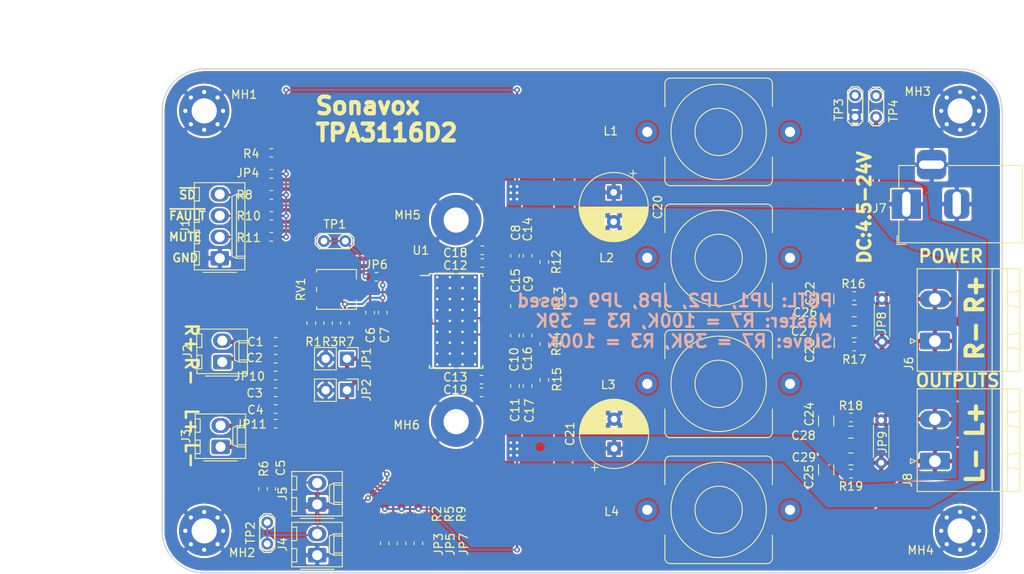
<source format=kicad_pcb>
(kicad_pcb (version 20210228) (generator pcbnew)
  (layers (0 "F.Cu" signal) (31 "B.Cu" signal) (34 "B.Paste" user) (35 "F.Paste" user) (36 "B.SilkS" user "B.Silkscreen") (37 "F.SilkS" user "F.Silkscreen") (38 "B.Mask" user) (39 "F.Mask" user) (44 "Edge.Cuts" user))
  (net 0 "")
  (net 1 "Net-(C1-Pad2)")
  (net 2 "Net-(C1-Pad1)")
  (net 3 "Net-(C2-Pad2)")
  (net 4 "Net-(C2-Pad1)")
  (net 5 "Net-(C3-Pad2)")
  (net 6 "Net-(C3-Pad1)")
  (net 7 "Net-(C4-Pad2)")
  (net 8 "Net-(C4-Pad1)")
  (net 9 "GND")
  (net 10 "Net-(C5-Pad1)")
  (net 11 "Net-(C6-Pad1)")
  (net 12 "Net-(C7-Pad1)")
  (net 13 "Net-(C8-Pad2)")
  (net 14 "Net-(C14-Pad2)")
  (net 15 "Net-(C9-Pad2)")
  (net 16 "Net-(C15-Pad2)")
  (net 17 "Net-(C10-Pad2)")
  (net 18 "Net-(C10-Pad1)")
  (net 19 "Net-(C11-Pad2)")
  (net 20 "Net-(C11-Pad1)")
  (net 21 "+24V")
  (net 22 "Net-(C14-Pad1)")
  (net 23 "Net-(C15-Pad1)")
  (net 24 "Net-(C16-Pad1)")
  (net 25 "Net-(C17-Pad1)")
  (net 26 "Net-(C26-Pad1)")
  (net 27 "Net-(C27-Pad1)")
  (net 28 "Net-(C28-Pad1)")
  (net 29 "Net-(C29-Pad1)")
  (net 30 "/MUTE")
  (net 31 "/FAULT")
  (net 32 "/SHUTDOWN")
  (net 33 "Net-(JP3-Pad1)")
  (net 34 "Net-(JP4-Pad1)")
  (net 35 "Net-(JP5-Pad1)")
  (net 36 "Net-(JP7-Pad1)")
  (net 37 "Net-(R1-Pad1)")
  (net 38 "Net-(R3-Pad1)")
  (net 39 "Net-(R6-Pad1)")
  (net 40 "/OUTPR")
  (net 41 "/OUTNR")
  (net 42 "/OUTPL")
  (net 43 "/OUTNL")
  (footprint "Capacitor_SMD:C_0603_1608Metric" (layer "F.Cu") (at 63.5 82.5 180)
    (fp_text reference "C1")
    (fp_text value "1µF/16V")
  )
  (footprint "Capacitor_SMD:C_0603_1608Metric" (layer "F.Cu") (at 63.5 84.5 180)
    (fp_text reference "C2")
    (fp_text value "1µF/16V")
  )
  (footprint "Capacitor_SMD:C_0603_1608Metric" (layer "F.Cu") (at 63.5 88.5 180)
    (fp_text reference "C3")
    (fp_text value "1µF/16V")
  )
  (footprint "Capacitor_SMD:C_0603_1608Metric" (layer "F.Cu") (at 63.5 90.5 180)
    (fp_text reference "C4")
    (fp_text value "1µF/16V")
  )
  (footprint "Capacitor_SMD:C_0603_1608Metric" (layer "F.Cu") (at 64 100 -90)
    (fp_text reference "C5")
    (fp_text value "47pF/50V")
  )
  (footprint "Capacitor_SMD:C_0603_1608Metric" (layer "F.Cu") (at 74.75 79 -90)
    (fp_text reference "C6")
    (fp_text value "1µF/16V")
  )
  (footprint "Capacitor_SMD:C_0603_1608Metric" (layer "F.Cu") (at 76.25 79 -90)
    (fp_text reference "C7")
    (fp_text value "1µF/16V")
  )
  (footprint "Capacitor_SMD:C_0603_1608Metric" (layer "F.Cu") (at 92 72.25 90)
    (fp_text reference "C8")
    (fp_text value "0.22µF/25V")
  )
  (footprint "Capacitor_SMD:C_0603_1608Metric" (layer "F.Cu") (at 92 78.25 -90)
    (fp_text reference "C9")
    (fp_text value "0.22µF/25V")
  )
  (footprint "Capacitor_SMD:C_0603_1608Metric" (layer "F.Cu") (at 92 81.75 90)
    (fp_text reference "C10")
    (fp_text value "0.22µF/25V")
  )
  (footprint "Capacitor_SMD:C_0603_1608Metric" (layer "F.Cu") (at 92 87.75 -90)
    (fp_text reference "C11")
    (fp_text value "0.22µF/25V")
  )
  (footprint "Capacitor_SMD:C_0603_1608Metric" (layer "F.Cu") (at 88.1125 73.1 180)
    (fp_text reference "C12")
    (fp_text value "1000pF/50V")
  )
  (footprint "Capacitor_SMD:C_0603_1608Metric" (layer "F.Cu") (at 88 87 180)
    (fp_text reference "C13")
    (fp_text value "1000pF/50V")
  )
  (footprint "Capacitor_SMD:C_0603_1608Metric" (layer "F.Cu") (at 93.5 72.25 -90)
    (fp_text reference "C14")
    (fp_text value "330pF/50V")
  )
  (footprint "Capacitor_SMD:C_0603_1608Metric" (layer "F.Cu") (at 93.5 78.25 90)
    (fp_text reference "C15")
    (fp_text value "330pF/50V")
  )
  (footprint "Capacitor_SMD:C_0603_1608Metric" (layer "F.Cu") (at 93.5 81.75 -90)
    (fp_text reference "C16")
    (fp_text value "330pF/50V")
  )
  (footprint "Capacitor_SMD:C_0603_1608Metric" (layer "F.Cu") (at 93.5 87.75 90)
    (fp_text reference "C17")
    (fp_text value "330pF/50V")
  )
  (footprint "Capacitor_SMD:C_0603_1608Metric" (layer "F.Cu") (at 88.1125 71.6 180)
    (fp_text reference "C18")
    (fp_text value "0.1µF/50V")
  )
  (footprint "Capacitor_SMD:C_0603_1608Metric" (layer "F.Cu") (at 88 88.5 180)
    (fp_text reference "C19")
    (fp_text value "0.1µF/50V")
  )
  (footprint "Capacitor_THT:CP_Radial_D8.0mm_P3.50mm" (layer "F.Cu") (at 103.75 64.7 -90)
    (fp_text reference "C20")
    (fp_text value "220µF/35V")
  )
  (footprint "Capacitor_THT:CP_Radial_D8.0mm_P3.50mm" (layer "F.Cu") (at 103.8 95.2 90)
    (fp_text reference "C21")
    (fp_text value "220µF/35V")
  )
  (footprint "Capacitor_SMD:C_1206_3216Metric" (layer "F.Cu") (at 129.1 82.6 90)
    (fp_text reference "C23")
    (fp_text value "0.68µF/50V")
  )
  (footprint "Capacitor_SMD:C_0805_2012Metric" (layer "F.Cu") (at 132.4 78.8 180)
    (fp_text reference "C26")
    (fp_text value "0.01µF/100V")
  )
  (footprint "Capacitor_SMD:C_0805_2012Metric" (layer "F.Cu") (at 132.4 81.3 180)
    (fp_text reference "C27")
    (fp_text value "0.01µF/100V")
  )
  (footprint "Capacitor_SMD:C_0805_2012Metric" (layer "F.Cu") (at 132 93.25 180)
    (fp_text reference "C28")
    (fp_text value "0.01µF/100V")
  )
  (footprint "Capacitor_SMD:C_0805_2012Metric" (layer "F.Cu") (at 132 96.45 180)
    (fp_text reference "C29")
    (fp_text value "0.01µF/100V")
  )
  (footprint "Connector_Molex:Molex_KK-254_AE-6410-04A_1x04_P2.54mm_Vertical" (layer "F.Cu") (at 56.85 72.55 90)
    (fp_text reference "J1")
    (fp_text value "CTRL")
  )
  (footprint "Connector_Molex:Molex_KK-254_AE-6410-02A_1x02_P2.54mm_Vertical" (layer "F.Cu") (at 57.15 84.9 90)
    (fp_text reference "J2")
    (fp_text value "R_IN")
  )
  (footprint "Connector_Molex:Molex_KK-254_AE-6410-02A_1x02_P2.54mm_Vertical" (layer "F.Cu") (at 56.95 95 90)
    (fp_text reference "J3")
    (fp_text value "L_IN")
  )
  (footprint "Connector_Molex:Molex_KK-254_AE-6410-02A_1x02_P2.54mm_Vertical" (layer "F.Cu") (at 68.45 107.9 90)
    (fp_text reference "J4")
    (fp_text value "Sync")
  )
  (footprint "Connector_Molex:Molex_KK-254_AE-6410-02A_1x02_P2.54mm_Vertical" (layer "F.Cu") (at 68.45 101.85 90)
    (fp_text reference "J5")
    (fp_text value "Sync")
  )
  (footprint "Connector_PinHeader_2.54mm:PinHeader_1x02_P2.54mm_Vertical" (layer "F.Cu") (at 72 84.5 -90)
    (fp_text reference "JP1")
    (fp_text value "PBTL")
  )
  (footprint "Connector_PinHeader_2.54mm:PinHeader_1x02_P2.54mm_Vertical" (layer "F.Cu") (at 72 88.25 -90)
    (fp_text reference "JP2")
    (fp_text value "PBTL")
  )
  (footprint "Inductor_SMD:L_Bourns_SRR1260" (layer "F.Cu") (at 116.25 57.5)
    (fp_text reference "L1")
    (fp_text value "10µH/5.8A")
  )
  (footprint "Inductor_SMD:L_Bourns_SRR1260" (layer "F.Cu") (at 116.25 72.5)
    (fp_text reference "L2")
    (fp_text value "10µH/5.8A")
  )
  (footprint "Inductor_SMD:L_Bourns_SRR1260" (layer "F.Cu") (at 116.25 87.5)
    (fp_text reference "L3")
    (fp_text value "10µH/5.8A")
  )
  (footprint "Inductor_SMD:L_Bourns_SRR1260" (layer "F.Cu") (at 116.25 102.5)
    (fp_text reference "L4")
    (fp_text value "10µH/5.8A")
  )
  (footprint "Inductors_THT:L_Toroid_Horizontal_D11.2mm_P17.00mm_Diameter12-5mm_Amidon-T44" (layer "F.Cu") (at 107.75 57.5)
    (fp_text reference "L5" hide)
    (fp_text value "10µH/5.8A")
  )
  (footprint "Inductors_THT:L_Toroid_Horizontal_D11.2mm_P17.00mm_Diameter12-5mm_Amidon-T44" (layer "F.Cu") (at 107.75 72.5)
    (fp_text reference "L6" hide)
    (fp_text value "10µH/5.8A")
  )
  (footprint "Inductors_THT:L_Toroid_Horizontal_D11.2mm_P17.00mm_Diameter12-5mm_Amidon-T44" (layer "F.Cu") (at 107.75 87.5)
    (fp_text reference "L7" hide)
    (fp_text value "10µH/5.8A")
  )
  (footprint "Inductors_THT:L_Toroid_Horizontal_D11.2mm_P17.00mm_Diameter12-5mm_Amidon-T44" (layer "F.Cu") (at 107.75 102.5)
    (fp_text reference "L8" hide)
    (fp_text value "10µH/5.8A")
  )
  (footprint "MountingHole:MountingHole_3mm_Pad_Via" (layer "F.Cu") (at 55 55)
    (fp_text reference "MH1")
    (fp_text value "M3")
  )
  (footprint "MountingHole:MountingHole_3mm_Pad_Via" (layer "F.Cu") (at 55 105)
    (fp_text reference "MH2")
    (fp_text value "M3")
  )
  (footprint "MountingHole:MountingHole_3mm_Pad_Via" (layer "F.Cu") (at 145 55)
    (fp_text reference "MH3")
    (fp_text value "M3")
  )
  (footprint "MountingHole:MountingHole_3mm_Pad_Via" (layer "F.Cu") (at 145 105)
    (fp_text reference "MH4")
    (fp_text value "M3")
  )
  (footprint "MountingHole:MountingHole_3mm_Pad" (layer "F.Cu") (at 85 68)
    (fp_text reference "MH5")
    (fp_text value "M3")
  )
  (footprint "MountingHole:MountingHole_3mm_Pad" (layer "F.Cu") (at 85 92)
    (fp_text reference "MH6")
    (fp_text value "M3")
  )
  (footprint "Resistor_SMD:R_0603_1608Metric" (layer "F.Cu") (at 67.75 80.25 -90)
    (fp_text reference "R1")
    (fp_text value "20K")
  )
  (footprint "Resistor_SMD:R_0603_1608Metric" (layer "F.Cu") (at 76.5 102.738571 -90)
    (fp_text reference "R2")
    (fp_text value "100K")
  )
  (footprint "Resistor_SMD:R_0603_1608Metric" (layer "F.Cu") (at 69.75 80.25 -90)
    (fp_text reference "R3")
    (fp_text value "39K")
  )
  (footprint "Resistor_SMD:R_0603_1608Metric" (layer "F.Cu") (at 63 60 180)
    (fp_text reference "R4")
    (fp_text value "100K")
  )
  (footprint "Resistor_SMD:R_0603_1608Metric" (layer "F.Cu") (at 78.5 102.75 -90)
    (fp_text reference "R5")
    (fp_text value "100K")
  )
  (footprint "Resistor_SMD:R_0603_1608Metric" (layer "F.Cu") (at 62 100 90)
    (fp_text reference "R6")
    (fp_text value "4.7K")
  )
  (footprint "Resistor_SMD:R_0603_1608Metric" (layer "F.Cu") (at 71.75 80.25 -90)
    (fp_text reference "R7")
    (fp_text value "100K")
  )
  (footprint "Resistor_SMD:R_0603_1608Metric" (layer "F.Cu") (at 63 65 180)
    (fp_text reference "R8")
    (fp_text value "100K")
  )
  (footprint "Resistor_SMD:R_0603_1608Metric" (layer "F.Cu") (at 80.5 102.75 -90)
    (fp_text reference "R9")
    (fp_text value "100K")
  )
  (footprint "Resistor_SMD:R_0603_1608Metric" (layer "F.Cu") (at 63 67.5 180)
    (fp_text reference "R10")
    (fp_text value "100K")
  )
  (footprint "Resistor_SMD:R_0603_1608Metric" (layer "F.Cu") (at 63 70 180)
    (fp_text reference "R11")
    (fp_text value "100K")
  )
  (footprint "Resistor_SMD:R_0603_1608Metric" (layer "F.Cu") (at 95.5 72.9875 -90)
    (fp_text reference "R12")
    (fp_text value "10")
  )
  (footprint "Resistor_SMD:R_0603_1608Metric" (layer "F.Cu") (at 95.5 77.5 90)
    (fp_text reference "R13")
    (fp_text value "10")
  )
  (footprint "Resistor_SMD:R_0603_1608Metric" (layer "F.Cu") (at 95.5 82.75 -90)
    (fp_text reference "R14")
    (fp_text value "10")
  )
  (footprint "Resistor_SMD:R_0603_1608Metric" (layer "F.Cu") (at 95.5 87.0125 90)
    (fp_text reference "R15")
    (fp_text value "10")
  )
  (footprint "Resistor_SMD:R_0603_1608Metric" (layer "F.Cu") (at 132.4 77.05 180)
    (fp_text reference "R16")
    (fp_text value "3.3")
  )
  (footprint "Resistor_SMD:R_0603_1608Metric" (layer "F.Cu") (at 132.4 83.05 180)
    (fp_text reference "R17")
    (fp_text value "3.3")
  )
  (footprint "Resistor_SMD:R_0603_1608Metric" (layer "F.Cu") (at 132 91.5 180)
    (fp_text reference "R18")
    (fp_text value "3.3")
  )
  (footprint "Potentiometer_SMD:Potentiometer_Bourns_3314J_Vertical" (layer "F.Cu") (at 70.75 76.25 90)
    (fp_text reference "RV1")
    (fp_text value "100K")
  )
  (footprint "TestPoint:TestPoint_2Pads_Pitch2.54mm_Drill0.8mm" (layer "F.Cu") (at 69.25 70.5)
    (fp_text reference "TP1")
    (fp_text value "PLIMIT")
  )
  (footprint "TestPoint:TestPoint_2Pads_Pitch2.54mm_Drill0.8mm" (layer "F.Cu") (at 62.5 106.54 90)
    (fp_text reference "TP2")
    (fp_text value "SYNC")
  )
  (footprint "Package_SO:HTSSOP-32-1EP_6.1x11mm_P0.65mm_EP5.2x11mm_Mask4.11x4.36mm_ThermalVias" (layer "F.Cu") (at 85 80)
    (fp_text reference "U1")
    (fp_text value "TPA3116D2")
  )
  (footprint "Resistor_SMD:R_0603_1608Metric" (layer "F.Cu") (at 76.5 106.5 -90)
    (fp_text reference "JP3")
    (fp_text value "AM2")
  )
  (footprint "Resistor_SMD:R_0603_1608Metric" (layer "F.Cu") (at 63 62.5)
    (fp_text reference "JP4")
    (fp_text value "BD/1SPW")
  )
  (footprint "Resistor_SMD:R_0603_1608Metric" (layer "F.Cu") (at 78.5 106.5 -90)
    (fp_text reference "JP5")
    (fp_text value "AM1")
  )
  (footprint "Resistor_SMD:R_0603_1608Metric" (layer "F.Cu") (at 80.5 106.5 -90)
    (fp_text reference "JP7")
    (fp_text value "AM0")
  )
  (footprint "TestPoint:TestPoint_2Pads_Pitch2.54mm_Drill0.8mm" (layer "F.Cu") (at 132.5 55.7 90)
    (fp_text reference "TP3")
    (fp_text value "GND")
  )
  (footprint "TestPoint:TestPoint_2Pads_Pitch2.54mm_Drill0.8mm" (layer "F.Cu") (at 135 55.74 90)
    (fp_text reference "TP4")
    (fp_text value "VCC")
  )
  (footprint "Resistor_SMD:R_0603_1608Metric" (layer "F.Cu") (at 63.5 86.5 180)
    (fp_text reference "JP10")
    (fp_text value "RN")
  )
  (footprint "Resistor_SMD:R_0603_1608Metric" (layer "F.Cu") (at 63.5 92.25 180)
    (fp_text reference "JP11")
    (fp_text value "LN")
  )
  (footprint "Resistor_SMD:R_0603_1608Metric" (layer "F.Cu") (at 75.5 74.75)
    (fp_text reference "JP6")
    (fp_text value "PLIM/GVDD")
  )
  (footprint "Connector_Phoenix_MSTB:PhoenixContact_MSTBA_2,5_2-G_1x02_P5.00mm_Horizontal" (layer "F.Cu") (at 142 96.7 90)
    (fp_text reference "J8")
    (fp_text value "L_OUT")
  )
  (footprint "Resistor_THT:R_Axial_DIN0204_L3.6mm_D1.6mm_P5.08mm_Horizontal" (layer "F.Cu") (at 135.6 91.82 -90)
    (fp_text reference "JP9")
    (fp_text value "PBTL")
  )
  (footprint "Capacitor_SMD:C_1206_3216Metric" (layer "F.Cu") (at 129.05 77.4 -90)
    (fp_text reference "C22")
    (fp_text value "0.68µF/50V")
  )
  (footprint "Capacitor_SMD:C_1206_3216Metric" (layer "F.Cu") (at 129.05 97.75 90)
    (fp_text reference "C25")
    (fp_text value "0.68µF/50V")
  )
  (footprint "Capacitor_SMD:C_1206_3216Metric" (layer "F.Cu") (at 129.05 91.9 -90)
    (fp_text reference "C24")
    (fp_text value "0.68µF/50V")
  )
  (footprint "Resistor_THT:R_Axial_DIN0204_L3.6mm_D1.6mm_P5.08mm_Horizontal" (layer "F.Cu") (at 135.7 77.4 -90)
    (fp_text reference "JP8")
    (fp_text value "PBTL")
  )
  (footprint "Connector_Phoenix_MSTB:PhoenixContact_MSTBA_2,5_2-G_1x02_P5.00mm_Horizontal" (layer "F.Cu") (at 142 82.4 90)
    (fp_text reference "J6")
    (fp_text value "R_OUT")
  )
  (footprint "Resistor_SMD:R_0603_1608Metric" (layer "F.Cu") (at 132 98.2 180)
    (fp_text reference "R19")
    (fp_text value "3.3")
  )
  (footprint "Connector_BarrelJack:BarrelJack_Horizontal" (layer "F.Cu") (at 138.6 66.1 180)
    (fp_text reference "J7")
    (fp_text value "Barrel_Jack_Switch")
  )
  (gr_arc (start 55 105) (end 55 110) (angle 90) (layer "Edge.Cuts") (width 0.15))
  (gr_line (start 55 110) (end 145 110) (layer "Edge.Cuts") (width 0.15))
  (gr_arc (start 145 105) (end 150 105) (angle 90) (layer "Edge.Cuts") (width 0.15))
  (gr_arc (start 55 55) (end 50 55) (angle 90) (layer "Edge.Cuts") (width 0.15))
  (gr_line (start 50 55) (end 50 105) (layer "Edge.Cuts") (width 0.15))
  (gr_arc (start 145 55) (end 145 50) (angle 90) (layer "Edge.Cuts") (width 0.15))
  (gr_line (start 150 105) (end 150 55) (layer "Edge.Cuts") (width 0.15))
  (gr_line (start 145 50) (end 55 50) (layer "Edge.Cuts") (width 0.15))
  (gr_text "PBTL: JP1, JP2, JP8, JP9 closed\nMaster: R7 = 100K, R3 = 39K\nSlave: R7 = 39K, R3 = 100K\n" (at 130 80) (layer "B.SilkS") (effects (font (size 1.5 1.5) (thickness 0.3)) (justify left mirror)))
  (gr_text "R+" (at 146.75 76.85 90) (layer "F.SilkS") (effects (font (size 2 2) (thickness 0.5))))
  (gr_text "R-" (at 146.75 82.35 90) (layer "F.SilkS") (effects (font (size 2 2) (thickness 0.5))))
  (gr_text "L-" (at 146.75 97.25 90) (layer "F.SilkS") (effects (font (size 2 2) (thickness 0.5))))
  (gr_text "L+" (at 146.75 91.75 90) (layer "F.SilkS") (effects (font (size 2 2) (thickness 0.5))))
  (gr_text "L+" (at 53.5 92 270) (layer "F.SilkS") (effects (font (size 1.5 1.5) (thickness 0.3))))
  (gr_text "L-" (at 53.5 96 270) (layer "F.SilkS") (effects (font (size 1.5 1.5) (thickness 0.3))))
  (gr_text "R+" (at 53.5 82 270) (layer "F.SilkS") (effects (font (size 1.5 1.5) (thickness 0.3))))
  (gr_text "R-" (at 53.5 86 270) (layer "F.SilkS") (effects (font (size 1.5 1.5) (thickness 0.3))))
  (gr_text "MUTE" (at 52.75 70) (layer "F.SilkS") (effects (font (size 1 1) (thickness 0.2))))
  (gr_text "~FAULT" (at 53 67.5) (layer "F.SilkS") (effects (font (size 1 1) (thickness 0.2))))
  (gr_text "DC:4.5-24V" (at 133.6 66.5 90) (layer "F.SilkS") (effects (font (size 1.5 1.5) (thickness 0.375))))
  (gr_text "OUTPUTS" (at 144.7 87.1) (layer "F.SilkS") (effects (font (size 1.5 1.5) (thickness 0.3))))
  (gr_text "POWER" (at 143.9 72.3) (layer "F.SilkS") (effects (font (size 1.5 1.5) (thickness 0.3))))
  (gr_text "~SD" (at 53 65) (layer "F.SilkS") (effects (font (size 1 1) (thickness 0.2))))
  (gr_text "Sonavox\nTPA3116D2" (at 68 56) (layer "F.SilkS") (effects (font (size 2 2) (thickness 0.5)) (justify left)))
  (gr_text "GND" (at 52.75 72.5) (layer "F.SilkS") (effects (font (size 1 1) (thickness 0.2))))
  (segment (start 57.5 82.5) (end 62.75 82.5) (width 0.5) (layer "F.Cu") (net 1))
  (segment (start 78.150009 73.507201) (end 77.242799 72.599991) (width 0.5) (layer "F.Cu") (net 2))
  (segment (start 80.525 77.1) (end 79.457329 77.1) (width 0.2) (layer "F.Cu") (net 2))
  (segment (start 81.35 77.075) (end 80.55 77.075) (width 0.2) (layer "F.Cu") (net 2))
  (segment (start 80.55 77.075) (end 80.525 77.1) (width 0.2) (layer "F.Cu") (net 2))
  (segment (start 64.25 74.423494) (end 64.25 76.087192) (width 0.5) (layer "F.Cu") (net 2))
  (segment (start 77.242799 72.599991) (end 66.073504 72.59999) (width 0.5) (layer "F.Cu") (net 2))
  (segment (start 79.457329 77.1) (end 78.150009 75.79268) (width 0.5) (layer "F.Cu") (net 2))
  (segment (start 64.25 76.087192) (end 64.25 82.5) (width 0.5) (layer "F.Cu") (net 2))
  (segment (start 66.073504 72.59999) (end 64.25 74.423494) (width 0.5) (layer "F.Cu") (net 2))
  (segment (start 78.150009 75.79268) (end 78.150009 73.507201) (width 0.5) (layer "F.Cu") (net 2))
  (segment (start 62.75 84.5) (end 58 84.5) (width 0.5) (layer "F.Cu") (net 3))
  (segment (start 62.75 84.5) (end 62.75 86.5) (width 0.5) (layer "F.Cu") (net 3))
  (segment (start 58 84.5) (end 57.5 85) (width 0.5) (layer "F.Cu") (net 3))
  (segment (start 77.25 73.879998) (end 76.870002 73.5) (width 0.5) (layer "F.Cu") (net 4))
  (segment (start 67 73.5) (end 65.5 75) (width 0.5) (layer "F.Cu") (net 4))
  (segment (start 76.870002 73.5) (end 68.3 73.5) (width 0.5) (layer "F.Cu") (net 4))
  (segment (start 65.5 84.15) (end 65.15 84.5) (width 0.5) (layer "F.Cu") (net 4))
  (segment (start 78.884523 77.8) (end 77.25 76.165477) (width 0.5) (layer "F.Cu") (net 4))
  (segment (start 65.5 75) (end 65.5 84.15) (width 0.5) (layer "F.Cu") (net 4))
  (segment (start 68.3 73.5) (end 67 73.5) (width 0.5) (layer "F.Cu") (net 4))
  (segment (start 80.475 77.8) (end 78.884523 77.8) (width 0.2) (layer "F.Cu") (net 4))
  (segment (start 80.55 77.725) (end 80.475 77.8) (width 0.2) (layer "F.Cu") (net 4))
  (segment (start 77.25 76.165477) (end 77.25 73.879998) (width 0.5) (layer "F.Cu") (net 4))
  (segment (start 81.35 77.725) (end 80.55 77.725) (width 0.2) (layer "F.Cu") (net 4))
  (segment (start 65.15 84.5) (end 64.25 84.5) (width 0.5) (layer "F.Cu") (net 4))
  (segment (start 68.3 73.5) (end 68.109998 73.5) (width 0.5) (layer "F.Cu") (net 4))
  (segment (start 57.5 92.5) (end 58.725 92.5) (width 0.5) (layer "F.Cu") (net 5))
  (segment (start 62.725 88.5) (end 62.75 88.5) (width 0.5) (layer "F.Cu") (net 5))
  (segment (start 58.725 92.5) (end 62.725 88.5) (width 0.5) (layer "F.Cu") (net 5))
  (segment (start 64.25 88.5) (end 66 88.5) (width 0.5) (layer "F.Cu") (net 6))
  (segment (start 72 84.5) (end 72 84.25) (width 0.5) (layer "F.Cu") (net 6))
  (segment (start 80.2 80.99999) (end 80.22499 80.975) (width 0.2) (layer "F.Cu") (net 6))
  (segment (start 72 84.5) (end 73.060441 84.5) (width 0.5) (layer "F.Cu") (net 6))
  (segment (start 71.35 86.5) (end 72 85.85) (width 0.5) (layer "F.Cu") (net 6))
  (segment (start 72 85.85) (end 72 84.5) (width 0.5) (layer "F.Cu") (net 6))
  (segment (start 68 86.5) (end 71.35 86.5) (width 0.5) (layer "F.Cu") (net 6))
  (segment (start 76.560451 80.99999) (end 80.2 80.99999) (width 0.5) (layer "F.Cu") (net 6))
  (segment (start 72 84.25) (end 72 83.977194) (width 0.5) (layer "F.Cu") (net 6))
  (segment (start 73.060441 84.5) (end 76.560451 80.99999) (width 0.5) (layer "F.Cu") (net 6))
  (segment (start 66 88.5) (end 68 86.5) (width 0.5) (layer "F.Cu") (net 6))
  (segment (start 80.22499 80.975) (end 81.35 80.975) (width 0.2) (layer "F.Cu") (net 6))
  (segment (start 62.75 92.45) (end 60.2 95) (width 0.5) (layer "F.Cu") (net 7))
  (segment (start 62.75 92.25) (end 62.75 92.45) (width 0.5) (layer "F.Cu") (net 7))
  (segment (start 58.925 95) (end 57.5 95) (width 0.5) (layer "F.Cu") (net 7))
  (segment (start 62.75 90.5) (end 62.75 92.25) (width 0.5) (layer "F.Cu") (net 7))
  (segment (start 60.2 95) (end 58.925 95) (width 0.5) (layer "F.Cu") (net 7))
  (segment (start 73.5 85.9) (end 73.5 86.75) (width 0.5) (layer "F.Cu") (net 8))
  (segment (start 76.850404 81.7) (end 80.2 81.7) (width 0.5) (layer "F.Cu") (net 8))
  (segment (start 73.5 85.9) (end 73.5 85.050404) (width 0.5) (layer "F.Cu") (net 8))
  (segment (start 72 89.75) (end 72 88.25) (width 0.5) (layer "F.Cu") (net 8))
  (segment (start 80.2 81.7) (end 80.275 81.625) (width 0.2) (layer "F.Cu") (net 8))
  (segment (start 73.5 86.75) (end 72 88.25) (width 0.5) (layer "F.Cu") (net 8))
  (segment (start 73.5 85.050404) (end 76.850404 81.7) (width 0.5) (layer "F.Cu") (net 8))
  (segment (start 71.25 90.5) (end 72 89.75) (width 0.5) (layer "F.Cu") (net 8))
  (segment (start 64.25 90.5) (end 71.25 90.5) (width 0.5) (layer "F.Cu") (net 8))
  (segment (start 80.275 81.625) (end 81.35 81.625) (width 0.2) (layer "F.Cu") (net 8))
  (segment (start 90.9 77.1) (end 93 75) (width 0.2) (layer "F.Cu") (net 9))
  (segment (start 77.325 80.325) (end 76.7875 79.7875) (width 0.2) (layer "F.Cu") (net 9))
  (segment (start 70.5 82.5) (end 69.46 83.54) (width 0.2) (layer "F.Cu") (net 9))
  (segment (start 73.7 82.5) (end 70.5 82.5) (width 0.2) (layer "F.Cu") (net 9))
  (segment (start 75.5 79.75) (end 75.5 80.4) (width 0.25) (layer "F.Cu") (net 9))
  (segment (start 69.46 83.54) (end 69.46 84.5) (width 0.2) (layer "F.Cu") (net 9))
  (segment (start 84.025 80.325) (end 84.35 80.65) (width 0.25) (layer "F.Cu") (net 9))
  (segment (start 76.25 79.75) (end 75.5 79.75) (width 0.25) (layer "F.Cu") (net 9))
  (segment (start 75.5 80.4) (end 75.5 80.7) (width 0.2) (layer "F.Cu") (net 9))
  (segment (start 91.7 80) (end 95 80) (width 0.2) (layer "F.Cu") (net 9))
  (segment (start 81.35 80.325) (end 78.3 80.325) (width 0.25) (layer "F.Cu") (net 9))
  (segment (start 88.65 79.675) (end 90.575 79.675) (width 0.25) (layer "F.Cu") (net 9))
  (segment (start 85.975 81.625) (end 85.65 81.95) (width 0.25) (layer "F.Cu") (net 9))
  (segment (start 81.35 80.325) (end 84.025 80.325) (width 0.25) (layer "F.Cu") (net 9))
  (segment (start 88.65 81.625) (end 85.975 81.625) (width 0.25) (layer "F.Cu") (net 9))
  (segment (start 88.65 77.725) (end 90.475 77.725) (width 0.25) (layer "F.Cu") (net 9))
  (segment (start 91.375 79.675) (end 91.7 80) (width 0.2) (layer "F.Cu") (net 9))
  (segment (start 89.875 81.625) (end 91.25 83) (width 0.25) (layer "F.Cu") (net 9))
  (segment (start 90.9 77.3) (end 90.9 77.1) (width 0.2) (layer "F.Cu") (net 9))
  (segment (start 90.575 79.675) (end 91.375 79.675) (width 0.2) (layer "F.Cu") (net 9))
  (segment (start 93 75) (end 95.5 75) (width 0.2) (layer "F.Cu") (net 9))
  (segment (start 76.7875 79.7875) (end 76.25 79.7875) (width 0.2) (layer "F.Cu") (net 9))
  (segment (start 75.5 80.7) (end 73.7 82.5) (width 0.2) (layer "F.Cu") (net 9))
  (segment (start 75.5 79.75) (end 74.75 79.75) (width 0.25) (layer "F.Cu") (net 9))
  (segment (start 88.65 77.725) (end 85.975 77.725) (width 0.25) (layer "F.Cu") (net 9))
  (segment (start 95.5 75) (end 95.5 76.3) (width 0.2) (layer "F.Cu") (net 9))
  (segment (start 95.5 83.7) (end 95.5 85.8) (width 0.2) (layer "F.Cu") (net 9))
  (segment (start 85.975 79.675) (end 85.65 79.35) (width 0.25) (layer "F.Cu") (net 9))
  (segment (start 69.75 81.0375) (end 69.75 81.75) (width 0.2) (layer "F.Cu") (net 9))
  (segment (start 67.75 81.0375) (end 69.75 81.0375) (width 0.2) (layer "F.Cu") (net 9))
  (segment (start 69.75 81.75) (end 70.5 82.5) (width 0.2) (layer "F.Cu") (net 9))
  (segment (start 85.975 77.725) (end 85.65 78.05) (width 0.25) (layer "F.Cu") (net 9))
  (segment (start 88.65 79.675) (end 85.975 79.675) (width 0.25) (layer "F.Cu") (net 9))
  (segment (start 95.5 74.2) (end 95.5 75) (width 0.2) (layer "F.Cu") (net 9))
  (segment (start 88.65 81.625) (end 89.875 81.625) (width 0.25) (layer "F.Cu") (net 9))
  (segment (start 90.475 77.725) (end 90.9 77.3) (width 0.25) (layer "F.Cu") (net 9))
  (segment (start 78.3 80.325) (end 77.325 80.325) (width 0.25) (layer "F.Cu") (net 9))
  (segment (start 142.75 64.75) (end 141 64.75) (width 0.25) (layer "B.Cu") (net 9))
  (segment (start 62 99.25) (end 64 99.25) (width 0.25) (layer "F.Cu") (net 10))
  (segment (start 64 99.25) (end 67.75 99.25) (width 0.25) (layer "F.Cu") (net 10))
  (segment (start 67.75 99.25) (end 68.5 100) (width 0.25) (layer "F.Cu") (net 10))
  (segment (start 62.5 105.5) (end 62.5 106.54) (width 0.25) (layer "B.Cu") (net 10))
  (segment (start 68.5 100) (end 68.5 105.5) (width 0.25) (layer "B.Cu") (net 10))
  (segment (start 62.5 105.5) (end 62.5 104) (width 0.25) (layer "B.Cu") (net 10))
  (segment (start 68.5 105.5) (end 62.5 105.5) (width 0.25) (layer "B.Cu") (net 10))
  (segment (start 73.37 76.25) (end 73.702099 76.582099) (width 0.25) (layer "F.Cu") (net 11))
  (segment (start 74.75 78.25) (end 74.75 76.75) (width 0.25) (layer "F.Cu") (net 11))
  (segment (start 77 77.011506) (end 77 77.73859) (width 0.25) (layer "F.Cu") (net 11))
  (segment (start 72.37 76.25) (end 73.37 76.25) (width 0.25) (layer "F.Cu") (net 11))
  (segment (start 74.75 74.75) (end 74 74.75) (width 0.25) (layer "F.Cu") (net 11))
  (segment (start 74.75 75.45) (end 74.75 76.582099) (width 0.25) (layer "F.Cu") (net 11))
  (segment (start 77.711411 78.450001) (end 81.35 78.450001) (width 0.25) (layer "F.Cu") (net 11))
  (segment (start 74.75 76.582099) (end 76.570593 76.582099) (width 0.25) (layer "F.Cu") (net 11))
  (segment (start 74.75 74.75) (end 74.75 75.45) (width 0.25) (layer "F.Cu") (net 11))
  (segment (start 73.702099 76.582099) (end 74.75 76.582099) (width 0.25) (layer "F.Cu") (net 11))
  (segment (start 74.75 76.75) (end 74.75 76.582099) (width 0.25) (layer "F.Cu") (net 11))
  (segment (start 77 77.73859) (end 77.711411 78.450001) (width 0.25) (layer "F.Cu") (net 11))
  (segment (start 76.570593 76.582099) (end 77 77.011506) (width 0.25) (layer "F.Cu") (net 11))
  (via (at 74.2 74.7) (size 0.6858) (drill 0.3302) (layers "F.Cu" "B.Cu") (net 11))
  (segment (start 71.79 70.5) (end 74 72.71) (width 0.25) (layer "B.Cu") (net 11))
  (segment (start 74 72.71) (end 74 74.75) (width 0.25) (layer "B.Cu") (net 11))
  (segment (start 70.239949 70.5) (end 71.79 70.5) (width 0.25) (layer "B.Cu") (net 11))
  (segment (start 69.25 70.5) (end 70.239949 70.5) (width 0.25) (layer "B.Cu") (net 11))
  (segment (start 70.6 77.3) (end 70.6 76.6) (width 0.3) (layer "F.Cu") (net 12))
  (segment (start 76.25 78.25) (end 76.875 78.25) (width 0.25) (layer "F.Cu") (net 12))
  (segment (start 80.5 79.025) (end 81.35 79.025) (width 0.25) (layer "F.Cu") (net 12))
  (segment (start 69.1 75.1) (end 68.75 75.1) (width 0.3) (layer "F.Cu") (net 12))
  (segment (start 71.75 78) (end 71.407101 77.657101) (width 0.3) (layer "F.Cu") (net 12))
  (segment (start 76.875 78.25) (end 77.65 79.025) (width 0.25) (layer "F.Cu") (net 12))
  (segment (start 76.25 75.75) (end 76.25 74.75) (width 0.25) (layer "F.Cu") (net 12))
  (segment (start 70.957101 77.657101) (end 70.6 77.3) (width 0.3) (layer "F.Cu") (net 12))
  (segment (start 71.407101 77.657101) (end 70.957101 77.657101) (width 0.3) (layer "F.Cu") (net 12))
  (segment (start 76.25 78.25) (end 76.25 77.25) (width 0.25) (layer "F.Cu") (net 12))
  (segment (start 71.75 78) (end 71.75 79.3) (width 0.25) (layer "F.Cu") (net 12))
  (segment (start 70.6 76.6) (end 69.1 75.1) (width 0.3) (layer "F.Cu") (net 12))
  (segment (start 77.65 79.025) (end 80.5 79.025) (width 0.25) (layer "F.Cu") (net 12))
  (via (at 71.75 78) (size 0.6858) (drill 0.3302) (layers "F.Cu" "B.Cu") (net 12))
  (via (at 76.25 75.75) (size 0.6858) (drill 0.3302) (layers "F.Cu" "B.Cu") (net 12))
  (via (at 76.25 77.25) (size 0.6858) (drill 0.3302) (layers "F.Cu" "B.Cu") (net 12))
  (segment (start 73.832098 78) (end 74.582098 77.25) (width 0.25) (layer "B.Cu") (net 12))
  (segment (start 76.25 77.25) (end 76.25 75.75) (width 0.25) (layer "B.Cu") (net 12))
  (segment (start 73.832098 78) (end 71.75 78) (width 0.25) (layer "B.Cu") (net 12))
  (segment (start 74.582098 77.25) (end 76.25 77.25) (width 0.25) (layer "B.Cu") (net 12))
  (segment (start 91.525 71.4625) (end 92 71.4625) (width 0.25) (layer "F.Cu") (net 13))
  (segment (start 90.25 75.675) (end 89.5 76.425) (width 0.25) (layer "F.Cu") (net 13))
  (segment (start 90.25 75.675) (end 90.25 75.65) (width 0.25) (layer "F.Cu") (net 13))
  (segment (start 90.5 75.4) (end 90.5 72.4875) (width 0.25) (layer "F.Cu") (net 13))
  (segment (start 89.5 76.425) (end 88.65 76.425) (width 0.25) (layer "F.Cu") (net 13))
  (segment (start 90.5 72.4875) (end 91.525 71.4625) (width 0.25) (layer "F.Cu") (net 13))
  (segment (start 90.25 75.65) (end 90.5 75.4) (width 0.25) (layer "F.Cu") (net 13))
  (segment (start 101.25 57.5) (end 107.75 57.5) (width 0.25) (layer "F.Cu") (net 14))
  (segment (start 89.825 77.075) (end 92 74.9) (width 0.25) (layer "F.Cu") (net 14))
  (segment (start 97 73) (end 97.75 72.25) (width 0.25) (layer "F.Cu") (net 14))
  (segment (start 97.75 72.25) (end 97.75 61) (width 0.25) (layer "F.Cu") (net 14))
  (segment (start 107.75 57.5) (end 109.447056 57.5) (width 5) (layer "F.Cu") (net 14))
  (segment (start 92 73) (end 97 73) (width 0.25) (layer "F.Cu") (net 14))
  (segment (start 97.75 61) (end 101.25 57.5) (width 0.25) (layer "F.Cu") (net 14))
  (segment (start 92 74.9) (end 92 73) (width 0.25) (layer "F.Cu") (net 14))
  (segment (start 88.65 77.075) (end 89.825 77.075) (width 0.25) (layer "F.Cu") (net 14))
  (segment (start 88.65 79.025) (end 91.975 79.025) (width 0.25) (layer "F.Cu") (net 15))
  (segment (start 91.975 79.025) (end 92 79) (width 0.25) (layer "F.Cu") (net 15))
  (segment (start 102.75 77.5) (end 107.75 72.5) (width 0.25) (layer "F.Cu") (net 16))
  (segment (start 92 77.5) (end 93.5 77.5) (width 0.25) (layer "F.Cu") (net 16))
  (segment (start 91.15 78.375) (end 92 77.525) (width 0.25) (layer "F.Cu") (net 16))
  (segment (start 92 77.525) (end 92 77.5) (width 0.25) (layer "F.Cu") (net 16))
  (segment (start 93.5 77.5) (end 102.75 77.5) (width 0.25) (layer "F.Cu") (net 16))
  (segment (start 88.65 78.375) (end 91.15 78.375) (width 0.25) (layer "F.Cu") (net 16))
  (segment (start 107.75 72.5) (end 109.447056 72.5) (width 5) (layer "F.Cu") (net 16))
  (segment (start 88.65 80.325) (end 91.35 80.325) (width 0.25) (layer "F.Cu") (net 17))
  (segment (start 91.35 80.325) (end 92 80.975) (width 0.25) (layer "F.Cu") (net 17))
  (segment (start 92 80.975) (end 92 81) (width 0.25) (layer "F.Cu") (net 17))
  (segment (start 92 82.475) (end 90.5 80.975) (width 0.25) (layer "F.Cu") (net 18))
  (segment (start 94.125 82.5) (end 94.375 82.75) (width 0.25) (layer "F.Cu") (net 18))
  (segment (start 92 82.5) (end 93.5 82.5) (width 0.25) (layer "F.Cu") (net 18))
  (segment (start 94.375 82.75) (end 103 82.75) (width 0.25) (layer "F.Cu") (net 18))
  (segment (start 90.5 80.975) (end 88.65 80.975) (width 0.25) (layer "F.Cu") (net 18))
  (segment (start 103 82.75) (end 107.75 87.5) (width 0.25) (layer "F.Cu") (net 18))
  (segment (start 109.447056 87.5) (end 111.29954 87.5) (width 0.25) (layer "F.Cu") (net 18))
  (segment (start 93.5 82.5) (end 94.125 82.5) (width 0.25) (layer "F.Cu") (net 18))
  (segment (start 107.75 87.5) (end 109.447056 87.5) (width 5) (layer "F.Cu") (net 18))
  (segment (start 92 82.5) (end 92 82.475) (width 0.25) (layer "F.Cu") (net 18))
  (segment (start 89.5 82.925) (end 90 83.425) (width 0.25) (layer "F.Cu") (net 19))
  (segment (start 90 86.5) (end 92 88.5) (width 0.25) (layer "F.Cu") (net 19))
  (segment (start 88.65 82.925) (end 89.5 82.925) (width 0.25) (layer "F.Cu") (net 19))
  (segment (start 90 83.425) (end 90 86.5) (width 0.25) (layer "F.Cu") (net 19))
  (segment (start 89.525 82.275) (end 89.5 82.275) (width 0.25) (layer "F.Cu") (net 20))
  (segment (start 98 88.614998) (end 96.385002 87) (width 0.25) (layer "F.Cu") (net 20))
  (segment (start 93.5 87) (end 92 87) (width 0.25) (layer "F.Cu") (net 20))
  (segment (start 107.75 102.5) (end 101.25 102.5) (width 0.25) (layer "F.Cu") (net 20))
  (segment (start 107.75 102.5) (end 109.8 102.5) (width 5) (layer "F.Cu") (net 20))
  (segment (start 96.385002 87) (end 94.125 87) (width 0.25) (layer "F.Cu") (net 20))
  (segment (start 89.5 82.275) (end 88.65 82.275) (width 0.25) (layer "F.Cu") (net 20))
  (segment (start 101.25 102.5) (end 98 99.25) (width 0.25) (layer "F.Cu") (net 20))
  (segment (start 94.125 87) (end 93.5 87) (width 0.25) (layer "F.Cu") (net 20))
  (segment (start 98 99.25) (end 98 88.614998) (width 0.25) (layer "F.Cu") (net 20))
  (segment (start 64.75 62.5) (end 64.75 52.5) (width 0.25) (layer "F.Cu") (net 21))
  (segment (start 88.75 71.5) (end 88.775 71.5) (width 0.25) (layer "F.Cu") (net 21))
  (segment (start 88.65 84.875) (end 88.65 86.9) (width 0.25) (layer "F.Cu") (net 21))
  (segment (start 88.65 84.225) (end 88.65 83.575) (width 0.25) (layer "F.Cu") (net 21))
  (segment (start 91.5 64.75) (end 91.5 64) (width 0.25) (layer "F.Cu") (net 21))
  (segment (start 88.65 86.9) (end 88.75 87) (width 0.25) (layer "F.Cu") (net 21))
  (segment (start 135 56.729949) (end 135 55.74) (width 0.5) (layer "F.Cu") (net 21))
  (segment (start 92.25 96) (end 92.25 107.25) (width 0.25) (layer "F.Cu") (net 21))
  (segment (start 80.5 101.9625) (end 80.5 102.4) (width 0.2) (layer "F.Cu") (net 21))
  (segment (start 76.5 101.951071) (end 76.5 102.4) (width 0.2) (layer "F.Cu") (net 21))
  (segment (start 88.9 75.125) (end 88.9 73.1) (width 0.25) (layer "F.Cu") (net 21))
  (segment (start 64.75 67.5) (end 63.75 67.5) (width 0.25) (layer "F.Cu") (net 21))
  (segment (start 92 95.5) (end 91.5 96) (width 0.25) (layer "F.Cu") (net 21))
  (segment (start 91.5 95.25) (end 91.5 94.5) (width 0.25) (layer "F.Cu") (net 21))
  (segment (start 78.5 101.9625) (end 78.5 102.4) (width 0.2) (layer "F.Cu") (net 21))
  (segment (start 92 66) (end 92 64.75) (width 0.25) (layer "F.Cu") (net 21))
  (segment (start 136.35 66.1) (end 135 64.75) (width 0.5) (layer "F.Cu") (net 21))
  (segment (start 88.775 71.5) (end 92 68.275) (width 0.25) (layer "F.Cu") (net 21))
  (segment (start 92 91.725) (end 92 95.25) (width 0.25) (layer "F.Cu") (net 21))
  (segment (start 135 64.75) (end 135 56.729949) (width 0.5) (layer "F.Cu") (net 21))
  (segment (start 88.775 88.5) (end 92 91.725) (width 0.25) (layer "F.Cu") (net 21))
  (segment (start 64.75 62.5) (end 63.75 62.5) (width 0.25) (layer "F.Cu") (net 21))
  (segment (start 88.65 84.875) (end 88.65 84.225) (width 0.25) (layer "F.Cu") (net 21))
  (segment (start 92.25 94.5) (end 92.25 95.25) (width 0.25) (layer "F.Cu") (net 21))
  (segment (start 92.25 64) (end 92.25 64.75) (width 0.25) (layer "F.Cu") (net 21))
  (segment (start 92.25 64) (end 92.25 52.5) (width 0.25) (layer "F.Cu") (net 21))
  (segment (start 63.75 70) (end 64.75 70) (width 0.25) (layer "F.Cu") (net 21))
  (segment (start 92 68.275) (end 92 66) (width 0.25) (layer "F.Cu") (net 21))
  (segment (start 88.75 88.5) (end 88.775 88.5) (width 0.25) (layer "F.Cu") (net 21))
  (segment (start 92 95.25) (end 92 95.5) (width 0.25) (layer "F.Cu") (net 21))
  (segment (start 88.75 87) (end 88.75 88.5) (width 0.25) (layer "F.Cu") (net 21))
  (segment (start 88.9 73) (end 88.9 71.5) (width 0.25) (layer "F.Cu") (net 21))
  (segment (start 92 66) (end 91.5 65.5) (width 0.25) (layer "F.Cu") (net 21))
  (segment (start 138.6 66.1) (end 136.35 66.1) (width 0.5) (layer "F.Cu") (net 21))
  (segment (start 63.75 65) (end 64.75 65) (width 0.25) (layer "F.Cu") (net 21))
  (segment (start 88.65 73.1) (end 88.75 73) (width 0.25) (layer "F.Cu") (net 21))
  (via (at 91.5 64.75) (size 0.6858) (drill 0.3302) (layers "F.Cu" "B.Cu") (net 21))
  (via (at 91.5 65.5) (size 0.6858) (drill 0.3302) (layers "F.Cu" "B.Cu") (net 21))
  (via (at 91.5 64) (size 0.6858) (drill 0.3302) (layers "F.Cu" "B.Cu") (net 21))
  (via (at 92.25 95.25) (size 0.6858) (drill 0.3302) (layers "F.Cu" "B.Cu") (net 21))
  (via (at 64.75 65) (size 0.6858) (drill 0.3302) (layers "F.Cu" "B.Cu") (net 21))
  (via (at 78.5 102.4) (size 0.6858) (drill 0.3302) (layers "F.Cu" "B.Cu") (net 21))
  (via (at 80.5 102.4) (size 0.6858) (drill 0.3302) (layers "F.Cu" "B.Cu") (net 21))
  (via (at 92.25 64.75) (size 0.6858) (drill 0.3302) (layers "F.Cu" "B.Cu") (net 21))
  (via (at 92.25 65.5) (size 0.6858) (drill 0.3302) (layers "F.Cu" "B.Cu") (net 21))
  (via (at 91.5 94.5) (size 0.6858) (drill 0.3302) (layers "F.Cu" "B.Cu") (net 21))
  (via (at 76.5 102.4) (size 0.6858) (drill 0.3302) (layers "F.Cu" "B.Cu") (net 21))
  (via (at 92.25 64) (size 0.6858) (drill 0.3302) (layers "F.Cu" "B.Cu") (net 21))
  (via (at 91.5 95.25) (size 0.6858) (drill 0.3302) (layers "F.Cu" "B.Cu") (net 21))
  (via (at 92.25 94.5) (size 0.6858) (drill 0.3302) (layers "F.Cu" "B.Cu") (net 21))
  (via (at 91.5 96) (size 0.6858) (drill 0.3302) (layers "F.Cu" "B.Cu") (net 21))
  (via (at 92.25 52.5) (size 0.6858) (drill 0.3302) (layers "F.Cu" "B.Cu") (net 21))
  (via (at 92.25 96) (size 0.6858) (drill 0.3302) (layers "F.Cu" "B.Cu") (net 21))
  (via (at 64.75 70) (size 0.6858) (drill 0.3302) (layers "F.Cu" "B.Cu") (net 21))
  (via (at 64.75 67.5) (size 0.6858) (drill 0.3302) (layers "F.Cu" "B.Cu") (net 21))
  (via (at 64.75 52.5) (size 0.6858) (drill 0.3302) (layers "F.Cu" "B.Cu") (net 21))
  (via (at 92.25 107.25) (size 0.6858) (drill 0.3302) (layers "F.Cu" "B.Cu") (net 21))
  (via (at 64.75 62.5) (size 0.6858) (drill 0.3302) (layers "F.Cu" "B.Cu") (net 21))
  (segment (start 91.5 96) (end 91.5 95.25) (width 0.25) (layer "B.Cu") (net 21))
  (segment (start 79.9 102.4) (end 81.8 102.4) (width 0.2) (layer "B.Cu") (net 21))
  (segment (start 80.5 102.4) (end 79.9 102.4) (width 0.25) (layer "B.Cu") (net 21))
  (segment (start 86.642902 107.242902) (end 86.65 107.25) (width 0.2) (layer "B.Cu") (net 21))
  (segment (start 64.75 70) (end 64.75 67.5) (width 0.25) (layer "B.Cu") (net 21))
  (segment (start 86.642902 107.242902) (end 82.2 102.8) (width 0.25) (layer "B.Cu") (net 21))
  (segment (start 91.5 65.5) (end 91.5 64.75) (width 0.25) (layer "B.Cu") (net 21))
  (segment (start 79.9 102.4) (end 78.5 102.4) (width 0.25) (layer "B.Cu") (net 21))
  (segment (start 92.25 95.25) (end 92.25 96) (width 0.25) (layer "B.Cu") (net 21))
  (segment (start 91.5 64) (end 92.25 64) (width 0.25) (layer "B.Cu") (net 21))
  (segment (start 78.488571 102.4) (end 76.5 102.4) (width 0.25) (layer "B.Cu") (net 21))
  (segment (start 81.8 102.4) (end 82.2 102.8) (width 0.2) (layer "B.Cu") (net 21))
  (segment (start 91.5 94.5) (end 92.25 94.5) (width 0.25) (layer "B.Cu") (net 21))
  (segment (start 92.25 64.75) (end 92.25 65.5) (width 0.25) (layer "B.Cu") (net 21))
  (segment (start 86.65 107.25) (end 92.25 107.25) (width 0.2) (layer "B.Cu") (net 21))
  (segment (start 64.75 65) (end 64.75 62.5) (width 0.25) (layer "B.Cu") (net 21))
  (segment (start 82.2 102.8) (end 82.1 102.7) (width 0.25) (layer "B.Cu") (net 21))
  (segment (start 64.75 65) (end 64.75 67.5) (width 0.25) (layer "B.Cu") (net 21))
  (segment (start 64.75 52.5) (end 92.25 52.5) (width 0.25) (layer "B.Cu") (net 21))
  (segment (start 95.3 71.5) (end 95.5 71.7) (width 0.25) (layer "F.Cu") (net 22))
  (segment (start 93.5 71.5) (end 95.3 71.5) (width 0.25) (layer "F.Cu") (net 22))
  (segment (start 95.5 71.7) (end 95.5 72.3) (width 0.25) (layer "F.Cu") (net 22))
  (segment (start 95.5 78.8) (end 95.5 78.2) (width 0.25) (layer "F.Cu") (net 23))
  (segment (start 93.5 79) (end 95.3 79) (width 0.25) (layer "F.Cu") (net 23))
  (segment (start 95.3 79) (end 95.5 78.8) (width 0.25) (layer "F.Cu") (net 23))
  (segment (start 95.3 81) (end 95.5 81.2) (width 0.25) (layer "F.Cu") (net 24))
  (segment (start 93.5 81) (end 95.3 81) (width 0.25) (layer "F.Cu") (net 24))
  (segment (start 95.5 81.2) (end 95.5 81.8) (width 0.25) (layer "F.Cu") (net 24))
  (segment (start 93.5 88.5) (end 95.3 88.5) (width 0.25) (layer "F.Cu") (net 25))
  (segment (start 95.3 88.5) (end 95.5 88.3) (width 0.25) (layer "F.Cu") (net 25))
  (segment (start 95.5 88.3) (end 95.5 87.7) (width 0.25) (layer "F.Cu") (net 25))
  (segment (start 131.5 76.95) (end 133.25 78.7) (width 0.25) (layer "F.Cu") (net 26))
  (segment (start 131.2 83.1) (end 132.95 81.35) (width 0.25) (layer "F.Cu") (net 27))
  (segment (start 131.25 91.5) (end 133 93.25) (width 0.25) (layer "F.Cu") (net 28))
  (segment (start 132.75 96.65) (end 131 98.4) (width 0.25) (layer "F.Cu") (net 29))
  (segment (start 74.5 93.5) (end 74.5 84.86359) (width 0.25) (layer "F.Cu") (net 30))
  (segment (start 54.5 79) (end 54.5 95.5) (width 0.25) (layer "F.Cu") (net 30))
  (segment (start 56 77.5) (end 54.5 79) (width 0.25) (layer "F.Cu") (net 30))
  (segment (start 74.5 84.86359) (end 77.013589 82.350001) (width 0.25) (layer "F.Cu") (net 30))
  (segment (start 60.353998 77.5) (end 56 77.5) (width 0.25) (layer "F.Cu") (net 30))
  (segment (start 62.25 75.603998) (end 60.353998 77.5) (width 0.25) (layer "F.Cu") (net 30))
  (segment (start 80.329999 82.350001) (end 81.35 82.350001) (width 0.25) (layer "F.Cu") (net 30))
  (segment (start 57.5 70) (end 62.25 70) (width 0.25) (layer "F.Cu") (net 30))
  (segment (start 56 97) (end 71 97) (width 0.25) (layer "F.Cu") (net 30))
  (segment (start 62.25 70) (end 62.25 75.603998) (width 0.25) (layer "F.Cu") (net 30))
  (segment (start 54.5 95.5) (end 56 97) (width 0.25) (layer "F.Cu") (net 30))
  (segment (start 77.013589 82.350001) (end 80.329999 82.350001) (width 0.25) (layer "F.Cu") (net 30))
  (segment (start 71 97) (end 74.5 93.5) (width 0.25) (layer "F.Cu") (net 30))
  (segment (start 62.8 68.75) (end 74.488836 68.75) (width 0.25) (layer "F.Cu") (net 31))
  (segment (start 74.488836 68.75) (end 79.29999 73.561154) (width 0.25) (layer "F.Cu") (net 31))
  (segment (start 79.29999 75.2114) (end 79.29999 75.22499) (width 0.25) (layer "F.Cu") (net 31))
  (segment (start 62.25 68.2) (end 62.8 68.75) (width 0.25) (layer "F.Cu") (net 31))
  (segment (start 79.29999 73.561154) (end 79.29999 75.2114) (width 0.25) (layer "F.Cu") (net 31))
  (segment (start 62.25 67.5) (end 62.25 68.2) (width 0.25) (layer "F.Cu") (net 31))
  (segment (start 79.29999 75.22499) (end 80.5 76.425) (width 0.25) (layer "F.Cu") (net 31))
  (segment (start 81.35 76.425) (end 80.5 76.425) (width 0.25) (layer "F.Cu") (net 31))
  (segment (start 58.808147 67.5) (end 62.25 67.5) (width 0.25) (layer "F.Cu") (net 31))
  (segment (start 57.5 67.5) (end 58.808147 67.5) (width 0.25) (layer "F.Cu") (net 31))
  (segment (start 72.625246 66.25) (end 62.75 66.25) (width 0.25) (layer "F.Cu") (net 32))
  (segment (start 62.25 65) (end 57.5 65) (width 0.25) (layer "F.Cu") (net 32))
  (segment (start 62.75 66.25) (end 62.25 65.75) (width 0.25) (layer "F.Cu") (net 32))
  (segment (start 80.5 75.775) (end 79.75 75.025) (width 0.25) (layer "F.Cu") (net 32))
  (segment (start 62.25 65.75) (end 62.25 65) (width 0.25) (layer "F.Cu") (net 32))
  (segment (start 79.75 75.025) (end 79.75 73.374754) (width 0.25) (layer "F.Cu") (net 32))
  (segment (start 81.35 75.775) (end 80.5 75.775) (width 0.25) (layer "F.Cu") (net 32))
  (segment (start 79.75 73.374754) (end 72.625246 66.25) (width 0.25) (layer "F.Cu") (net 32))
  (segment (start 77.150019 100.150019) (end 75.777218 100.150018) (width 0.25) (layer "F.Cu") (net 33))
  (segment (start 75 85) (end 77.075 82.925) (width 0.25) (layer "F.Cu") (net 33))
  (segment (start 75.000001 99.372801) (end 75 85) (width 0.25) (layer "F.Cu") (net 33))
  (segment (start 77 104.75) (end 77.5 104.25) (width 0.25) (layer "F.Cu") (net 33))
  (segment (start 76.5 104.75) (end 77 104.75) (width 0.25) (layer "F.Cu") (net 33))
  (segment (start 76.5 104.75) (end 76.5 105.75) (width 0.25) (layer "F.Cu") (net 33))
  (segment (start 77.5 100.5) (end 77.150019 100.150019) (width 0.25) (layer "F.Cu") (net 33))
  (segment (start 77.5 104.25) (end 77.5 100.5) (width 0.25) (layer "F.Cu") (net 33))
  (segment (start 75.777218 100.150018) (end 75.000001 99.372801) (width 0.25) (layer "F.Cu") (net 33))
  (segment (start 77.075 82.925) (end 81.35 82.925) (width 0.25) (layer "F.Cu") (net 33))
  (segment (start 76.5 104.75) (end 76.5 103.488571) (width 0.25) (layer "F.Cu") (net 33))
  (segment (start 62.25 61.7) (end 62.25 62.5) (width 0.25) (layer "F.Cu") (net 34))
  (segment (start 70.761656 63.75) (end 80.200009 73.188353) (width 0.25) (layer "F.Cu") (net 34))
  (segment (start 81.35 75.125) (end 80.5 75.125) (width 0.25) (layer "F.Cu") (net 34))
  (segment (start 62.25 62.5) (end 62.25 63.2) (width 0.25) (layer "F.Cu") (net 34))
  (segment (start 63.75 60) (end 63.75 60.2) (width 0.25) (layer "F.Cu") (net 34))
  (segment (start 63.75 60.2) (end 62.25 61.7) (width 0.25) (layer "F.Cu") (net 34))
  (segment (start 80.200009 73.188353) (end 80.200009 74.825009) (width 0.25) (layer "F.Cu") (net 34))
  (segment (start 62.25 63.2) (end 62.8 63.75) (width 0.25) (layer "F.Cu") (net 34))
  (segment (start 80.5 75.125) (end 80.200009 74.825009) (width 0.25) (layer "F.Cu") (net 34))
  (segment (start 62.8 63.75) (end 70.761656 63.75) (width 0.25) (layer "F.Cu") (net 34))
  (segment (start 79 104.75) (end 79.5 104.25) (width 0.25) (layer "F.Cu") (net 35))
  (segment (start 79.5 101.25) (end 77.95001 99.70001) (width 0.25) (layer "F.Cu") (net 35))
  (segment (start 79.5 104.25) (end 79.5 101.25) (width 0.25) (layer "F.Cu") (net 35))
  (segment (start 77.175 83.575) (end 81.35 83.575) (width 0.25) (layer "F.Cu") (net 35))
  (segment (start 78.5 104.75) (end 79 104.75) (width 0.25) (layer "F.Cu") (net 35))
  (segment (start 78.5 105.75) (end 78.5 104.75) (width 0.25) (layer "F.Cu") (net 35))
  (segment (start 77.95001 99.70001) (end 75.963619 99.700009) (width 0.25) (layer "F.Cu") (net 35))
  (segment (start 78.5 104.75) (end 78.5 103.5) (width 0.25) (layer "F.Cu") (net 35))
  (segment (start 75.45001 99.1864) (end 75.45001 85.29999) (width 0.25) (layer "F.Cu") (net 35))
  (segment (start 75.45001 85.29999) (end 77.175 83.575) (width 0.25) (layer "F.Cu") (net 35))
  (segment (start 75.963619 99.700009) (end 75.45001 99.1864) (width 0.25) (layer "F.Cu") (net 35))
  (segment (start 80.5 84.225) (end 81.35 84.225) (width 0.25) (layer "F.Cu") (net 36))
  (segment (start 80.5 104.75) (end 80.5 103.5) (width 0.25) (layer "F.Cu") (net 36))
  (segment (start 81 104.75) (end 81.5 104.25) (width 0.25) (layer "F.Cu") (net 36))
  (segment (start 75.90002 85.59998) (end 77.275 84.225) (width 0.25) (layer "F.Cu") (net 36))
  (segment (start 77.275 84.225) (end 80.5 84.225) (width 0.25) (layer "F.Cu") (net 36))
  (segment (start 80.5 104.75) (end 81 104.75) (width 0.25) (layer "F.Cu") (net 36))
  (segment (start 75.90002 99) (end 75.90002 85.59998) (width 0.25) (layer "F.Cu") (net 36))
  (segment (start 79.25 99.25) (end 76.15002 99.25) (width 0.25) (layer "F.Cu") (net 36))
  (segment (start 81.5 101.5) (end 79.25 99.25) (width 0.25) (layer "F.Cu") (net 36))
  (segment (start 76.15002 99.25) (end 75.90002 99) (width 0.25) (layer "F.Cu") (net 36))
  (segment (start 80.5 104.75) (end 80.5 105.75) (width 0.25) (layer "F.Cu") (net 36))
  (segment (start 81.5 104.25) (end 81.5 101.5) (width 0.25) (layer "F.Cu") (net 36))
  (segment (start 67.75 79.4625) (end 67.75 78.4) (width 0.3) (layer "F.Cu") (net 37))
  (segment (start 67.75 78.4) (end 68.75 77.4) (width 0.3) (layer "F.Cu") (net 37))
  (segment (start 71.75 80.25) (end 70.1 80.25) (width 0.25) (layer "F.Cu") (net 38))
  (segment (start 73 80.25) (end 71.75 80.25) (width 0.25) (layer "F.Cu") (net 38))
  (segment (start 73.25 79.385002) (end 73.25 80) (width 0.25) (layer "F.Cu") (net 38))
  (segment (start 69.75 79.9) (end 69.75 79.3) (width 0.25) (layer "F.Cu") (net 38))
  (segment (start 76.860002 79) (end 73.635002 79) (width 0.25) (layer "F.Cu") (net 38))
  (segment (start 77.535002 79.675) (end 76.860002 79) (width 0.25) (layer "F.Cu") (net 38))
  (segment (start 73.25 80) (end 73 80.25) (width 0.25) (layer "F.Cu") (net 38))
  (segment (start 70.1 80.25) (end 69.75 79.9) (width 0.25) (layer "F.Cu") (net 38))
  (segment (start 71.75 81.2) (end 71.75 80.25) (width 0.25) (layer "F.Cu") (net 38))
  (segment (start 73.635002 79) (end 73.25 79.385002) (width 0.25) (layer "F.Cu") (net 38))
  (segment (start 81.35 79.675) (end 77.535002 79.675) (width 0.25) (layer "F.Cu") (net 38))
  (segment (start 76.35003 97.85003) (end 76.75 98.25) (width 0.2) (layer "F.Cu") (net 39))
  (segment (start 62.75 102.25) (end 62 101.5) (width 0.25) (layer "F.Cu") (net 39))
  (segment (start 81.35 84.875) (end 77.47503 84.875) (width 0.25) (layer "F.Cu") (net 39))
  (segment (start 77.47503 84.875) (end 76.35003 86) (width 0.25) (layer "F.Cu") (net 39))
  (segment (start 62 101.5) (end 62 100.75) (width 0.25) (layer "F.Cu") (net 39))
  (segment (start 76.35003 86) (end 76.35003 97.85003) (width 0.25) (layer "F.Cu") (net 39))
  (segment (start 74.5 101) (end 73.25 102.25) (width 0.25) (layer "F.Cu") (net 39))
  (segment (start 73.25 102.25) (end 62.75 102.25) (width 0.25) (layer "F.Cu") (net 39))
  (via (at 74.5 101.1) (size 0.6858) (drill 0.3302) (layers "F.Cu" "B.Cu") (net 39))
  (via (at 76.75 98.25) (size 0.6858) (drill 0.3302) (layers "F.Cu" "B.Cu") (net 39))
  (segment (start 76.75 98.85) (end 74.5 101.1) (width 0.2) (layer "B.Cu") (net 39))
  (segment (start 76.75 98.25) (end 76.75 98.85) (width 0.2) (layer "B.Cu") (net 39))
  (segment (start 128.75 57.5) (end 132.45 61.2) (width 0.5) (layer "F.Cu") (net 40))
  (segment (start 124.75 57.5) (end 128.75 57.5) (width 0.5) (layer "F.Cu") (net 40))
  (segment (start 129.1 57.5) (end 132.7875 61.1875) (width 0.25) (layer "F.Cu") (net 40))
  (segment (start 132.45 74.95) (end 133.1875 75.6875) (width 0.5) (layer "F.Cu") (net 40))
  (segment (start 124.75 57.5) (end 129.1 57.5) (width 0.25) (layer "F.Cu") (net 40))
  (segment (start 132.45 61.2) (end 132.45 74.95) (width 0.5) (layer "F.Cu") (net 40))
  (segment (start 124.75 57.5) (end 122.7 57.5) (width 5) (layer "F.Cu") (net 40))
  (segment (start 132.45 74.95) (end 129.475 74.95) (width 0.5) (layer "F.Cu") (net 40))
  (segment (start 133.1875 75.6875) (end 133.1875 77.05) (width 0.5) (layer "F.Cu") (net 40))
  (segment (start 129.475 74.95) (end 129.05 75.375) (width 0.5) (layer "F.Cu") (net 40))
  (segment (start 129.05 75.375) (end 129.05 76) (width 0.5) (layer "F.Cu") (net 40))
  (segment (start 135.7 85.3) (end 135.6 85.4) (width 0.6) (layer "F.Cu") (net 41))
  (segment (start 139.8 84.25) (end 139.8 82.4) (width 0.6) (layer "F.Cu") (net 41))
  (segment (start 128.65 85.4) (end 135.6 85.4) (width 0.6) (layer "F.Cu") (net 41))
  (segment (start 135.6 85.4) (end 138.65 85.4) (width 0.6) (layer "F.Cu") (net 41))
  (segment (start 135.7 82.48) (end 135.7 85.3) (width 0.6) (layer "F.Cu") (net 41))
  (segment (start 126.35 74.1) (end 126.35 83.1) (width 0.6) (layer "F.Cu") (net 41))
  (segment (start 124.75 72.5) (end 126.35 74.1) (width 0.6) (layer "F.Cu") (net 41))
  (segment (start 124.3 72.5) (end 122.447516 72.5) (width 5) (layer "F.Cu") (net 41))
  (segment (start 138.65 85.4) (end 139.8 84.25) (width 0.6) (layer "F.Cu") (net 41))
  (segment (start 126.35 83.1) (end 128.65 85.4) (width 0.6) (layer "F.Cu") (net 41))
  (segment (start 124.75 72.5) (end 123.052944 72.5) (width 0.25) (layer "F.Cu") (net 41))
  (segment (start 129.8 88.25) (end 133.5 88.25) (width 0.25) (layer "F.Cu") (net 42))
  (segment (start 129.8 88.7) (end 129.8 88.25) (width 0.3) (layer "F.Cu") (net 42))
  (segment (start 136.975 91.725) (end 133.5 88.25) (width 0.25) (layer "F.Cu") (net 42))
  (segment (start 137.8 91.7) (end 137.775 91.725) (width 0.2) (layer "F.Cu") (net 42))
  (segment (start 124.3 87.5) (end 122.347056 87.5) (width 5) (layer "F.Cu") (net 42))
  (segment (start 129.05 89.875) (end 129.8 89.125) (width 0.2) (layer "F.Cu") (net 42))
  (segment (start 124.75 87.5) (end 123.052944 87.5) (width 0.2) (layer "F.Cu") (net 42))
  (segment (start 129.8 89.125) (end 129.8 88.7) (width 0.3) (layer "F.Cu") (net 42))
  (segment (start 128 87.5) (end 126.95 87.5) (width 0.25) (layer "F.Cu") (net 42))
  (segment (start 139.8 91.7) (end 137.8 91.7) (width 0.2) (layer "F.Cu") (net 42))
  (segment (start 137.775 91.725) (end 136.975 91.725) (width 0.2) (layer "F.Cu") (net 42))
  (segment (start 128 87.5) (end 129.05 87.5) (width 0.25) (layer "F.Cu") (net 42))
  (segment (start 129.05 89.45) (end 129.8 88.7) (width 0.5) (layer "F.Cu") (net 42))
  (segment (start 129.05 90.5) (end 129.05 89.875) (width 0.2) (layer "F.Cu") (net 42))
  (segment (start 129.05 90.5) (end 129.05 89.45) (width 0.5) (layer "F.Cu") (net 42))
  (segment (start 129.05 87.5) (end 129.8 88.25) (width 0.25) (layer "F.Cu") (net 42))
  (segment (start 126.95 87.5) (end 124.75 87.5) (width 0.25) (layer "F.Cu") (net 42))
  (segment (start 133 102.5) (end 137.92 97.58) (width 0.25) (layer "F.Cu") (net 43))
  (segment (start 129.05 101.5) (end 128.05 102.5) (width 0.2) (layer "F.Cu") (net 43))
  (segment (start 129.05 99.775) (end 128.95 99.875) (width 0.5) (layer "F.Cu") (net 43))
  (segment (start 128 102.5) (end 126.95 102.5) (width 0.25) (layer "F.Cu") (net 43))
  (segment (start 129.05 99.15) (end 129.05 101.5) (width 0.2) (layer "F.Cu") (net 43))
  (segment (start 128.95 102.45) (end 133 102.5) (width 0.25) (layer "F.Cu") (net 43))
  (segment (start 126.95 102.5) (end 124.75 102.5) (width 0.25) (layer "F.Cu") (net 43))
  (segment (start 124.75 102.5) (end 123.052944 102.5) (width 5) (layer "F.Cu") (net 43))
  (segment (start 128.05 102.5) (end 124.75 102.5) (width 0.2) (layer "F.Cu") (net 43))
  (segment (start 129.05 99.15) (end 129.05 99.775) (width 0.5) (layer "F.Cu") (net 43))
  (segment (start 128 102.5) (end 128.95 102.45) (width 0.25) (layer "F.Cu") (net 43))
  (segment (start 128.95 99.875) (end 128.95 102.45) (width 0.5) (layer "F.Cu") (net 43))
  (segment (start 123.052944 102.5) (end 121.20046 102.5) (width 0.25) (layer "F.Cu") (net 43))
  (segment (start 137.92 97.58) (end 141 97.58) (width 0.25) (layer "F.Cu") (net 43))
  (zone (net 9) (net_name "GND") (layer "F.Cu") (connect_pads (clearance 0.2)) (min_thickness 0.2) (fill yes (thermal_gap 0.25) (thermal_bridge_width 0.5))
    (polygon (pts (xy 150.01443 110) (xy 50.01443 110) (xy 50.01443 50) (xy 150.01443 50)))
  )
  (zone (net 21) (net_name "+24V") (layer "F.Cu") (priority 1) (connect_pads (clearance 0.2)) (min_thickness 0.2) (fill yes (thermal_gap 0.25) (thermal_bridge_width 0.5))
    (polygon (pts (xy 88 73.75) (xy 89.9 73.8) (xy 89.9 76) (xy 88 76)))
  )
  (zone (net 40) (net_name "/OUTPR") (layer "F.Cu") (priority 1) (connect_pads (clearance 0.2)) (min_thickness 0.2) (fill yes (thermal_gap 0.25) (thermal_bridge_width 0.5))
    (polygon (pts (xy 144.5 79.4) (xy 137.8 79.4) (xy 135.6 79.4) (xy 133.9 77.6) (xy 132.6 77.7) (xy 132.6 76) (xy 131.2 75.25) (xy 131.2 74.2) (xy 131.15 61.6) (xy 128.5 59.5) (xy 122.5 59.5) (xy 122.5 55.5) (xy 128.5 55.55) (xy 133.6 60.8) (xy 133.6 74.2) (xy 138.2 74.2) (xy 140.1 74.1) (xy 144.6 74.2)))
  )
  (zone (net 18) (net_name "Net-(C10-Pad1)") (layer "F.Cu") (priority 1) (connect_pads (clearance 0.2)) (min_thickness 0.2) (fill yes (thermal_gap 0.25) (thermal_bridge_width 0.5))
    (polygon (pts (xy 110.5 89) (xy 106.75 89) (xy 101.25 83.5) (xy 92.5 83.5) (xy 90.25 81.25) (xy 89 81.25) (xy 89 80.75) (xy 91 80.75) (xy 92.5 82.25) (xy 95.994544 82.25) (xy 96.5 81.75) (xy 103.5 81.75) (xy 107.75 86) (xy 110.5 86)))
  )
  (zone (net 16) (net_name "Net-(C15-Pad2)") (layer "F.Cu") (priority 1) (connect_pads (clearance 0.2)) (min_thickness 0.2) (fill yes (thermal_gap 0.25) (thermal_bridge_width 0.5))
    (polygon (pts (xy 89 78.5) (xy 91.5 78.5) (xy 92 78) (xy 92.25 77.75) (xy 96 77.75) (xy 96.5 78.25) (xy 103.25 78.25) (xy 107.5 74) (xy 110.25 74) (xy 110.25 71) (xy 106.75 71) (xy 101.5 76.25) (xy 101.25 76.5) (xy 93.75 76.5) (xy 92.25 76.5) (xy 90.75 78) (xy 89 78)))
  )
  (zone (net 41) (net_name "/OUTNR") (layer "F.Cu") (priority 1) (connect_pads (clearance 0.2)) (min_thickness 0.2) (fill yes (thermal_gap 0.25) (thermal_bridge_width 0.5))
    (polygon (pts (xy 144.5 85.6) (xy 144.5 86.6) (xy 129.3 86.5) (xy 125 84.4) (xy 125 74.6) (xy 125 74.5) (xy 122 74.5) (xy 122 70.5) (xy 127.6 70.5) (xy 127.6 71.9) (xy 127.65 77.3) (xy 127.6 82.9) (xy 130.5 84.2) (xy 132.3 84.2) (xy 132.7 82.7) (xy 133.8 82.5) (xy 135.6 80.8) (xy 144.6 80.8)))
  )
  (zone (net 42) (net_name "/OUTPL") (layer "F.Cu") (priority 1) (connect_pads (clearance 0.2)) (min_thickness 0.2) (fill yes (thermal_gap 0.25) (thermal_bridge_width 0.5))
    (polygon (pts (xy 144.9 93.8) (xy 136.7 93.6) (xy 135.3 93.7) (xy 133.9 91.9) (xy 132.5 92) (xy 132.5 90.5) (xy 131.5 89.5) (xy 122 89.5) (xy 122 84.7) (xy 125 84.7) (xy 129.1 86.7) (xy 134.4 86.8) (xy 137.7 89.6) (xy 145 89.7)))
  )
  (zone (net 43) (net_name "/OUTNL") (layer "F.Cu") (priority 1) (connect_pads (clearance 0.2)) (min_thickness 0.2) (fill yes (thermal_gap 0.25) (thermal_bridge_width 0.5))
    (polygon (pts (xy 145 95.1) (xy 135.3 95.1) (xy 134 97.7) (xy 132.4 97.9) (xy 132.5 98.5) (xy 131.45 100.1) (xy 121.5 99.95) (xy 121.8 105) (xy 125.3 105.05) (xy 129.25 102.95) (xy 134.4 102.8) (xy 137.6 98.9) (xy 145 99)))
  )
  (zone (net 20) (net_name "Net-(C11-Pad1)") (layer "F.Cu") (priority 1) (connect_pads (clearance 0.2)) (min_thickness 0.2) (fill yes (thermal_gap 0.25) (thermal_bridge_width 0.5))
    (polygon (pts (xy 90.75 83) (xy 90.75 83.75) (xy 93.25 86.25) (xy 96.75 86.25) (xy 98.75 88.25) (xy 98.75 98) (xy 101.75 101) (xy 110.5 101) (xy 110.5 104) (xy 101 104) (xy 96.75 99.75) (xy 96.75 89) (xy 95 87.25) (xy 91.25 87.25) (xy 90.25 86.25) (xy 90.25 83.25) (xy 89.5 82.5) (xy 88.75 82.5) (xy 88.75 82) (xy 89.75 82)))
  )
  (zone (net 14) (net_name "Net-(C14-Pad2)") (layer "F.Cu") (priority 1) (connect_pads (clearance 0.2)) (min_thickness 0.2) (fill yes (thermal_gap 0.25) (thermal_bridge_width 0.5))
    (polygon (pts (xy 110.25 59) (xy 101.75 59) (xy 99 61.75) (xy 99 72) (xy 97.25 73.75) (xy 94.75 73.75) (xy 94.5 74) (xy 93.1 74.1) (xy 90.1 77.25) (xy 89 77.25) (xy 89 76.75) (xy 89.5 76.75) (xy 90.75 75.5) (xy 90.9 73.25) (xy 91.25 72.75) (xy 95 72.75) (xy 96.75 71) (xy 96.75 60.25) (xy 101 56) (xy 110.25 56)))
  )
  (zone (net 21) (net_name "+24V") (layer "F.Cu") (priority 2) (connect_pads (clearance 0.2)) (min_thickness 0.2) (fill yes (thermal_gap 0.25) (thermal_bridge_width 0.5))
    (polygon (pts (xy 89.75 88.5) (xy 92.75 91.5) (xy 92.75 96.5) (xy 91 96.5) (xy 91 92) (xy 88 89) (xy 88 83.25) (xy 89.75 83.25)))
  )
  (zone (net 21) (net_name "+24V") (layer "F.Cu") (priority 1) (connect_pads (clearance 0.2)) (min_thickness 0.2) (fill yes (thermal_gap 0.25) (thermal_bridge_width 0.5))
    (polygon (pts (xy 92.75 68.75) (xy 89.9 71.8) (xy 89.9 74.25) (xy 88.2 74.2) (xy 88.2 71) (xy 91 68) (xy 91 63.5) (xy 92.75 63.5)))
  )
  (zone (net 9) (net_name "GND") (layer "B.Cu") (connect_pads (clearance 0.2)) (min_thickness 0.2) (fill yes (thermal_gap 0.25) (thermal_bridge_width 0.5))
    (polygon (pts (xy 150 110) (xy 50 110) (xy 50 50) (xy 150 50)))
  )
  (zone (net 21) (net_name "+24V") (layer "B.Cu") (priority 1) (connect_pads (clearance 0.2)) (min_thickness 0.2) (fill yes (thermal_gap 0.25) (thermal_bridge_width 0.5))
    (polygon (pts (xy 148.1 70.4) (xy 148 98.9) (xy 144.8 100.1) (xy 143.5 101) (xy 141.3 102.2) (xy 129.1 102.2) (xy 124 96.75) (xy 91 96.75) (xy 91 93.75) (xy 125.75 93.75) (xy 131.5 99.5) (xy 141.4 99.2) (xy 144.8 98.9) (xy 144.8 73.1) (xy 139.3 71.4) (xy 136.8 70.2) (xy 133.9 66.6) (xy 91 66.25) (xy 91 63.25) (xy 139.2 63.4) (xy 140.9 64.1) (xy 141.3 67.9)))
  )
  (zone (net 9) (net_name "GND") (layer "B.Cu") (connect_pads (clearance 0.2)) (min_thickness 0.2) (fill yes (thermal_gap 0.25) (thermal_bridge_width 0.5))
    (polygon (pts (xy 141 50) (xy 150 50) (xy 150 59) (xy 141 59)))
  )
  (zone (net 9) (net_name "GND") (layer "B.Cu") (connect_pads (clearance 0.2)) (min_thickness 0.2) (fill yes (thermal_gap 0.25) (thermal_bridge_width 0.5))
    (polygon (pts (xy 50 101) (xy 59 101) (xy 59 110) (xy 50 110)))
  )
  (zone (net 9) (net_name "GND") (layer "B.Cu") (connect_pads (clearance 0.2)) (min_thickness 0.2) (fill yes (thermal_gap 0.25) (thermal_bridge_width 0.5))
    (polygon (pts (xy 141 110) (xy 150 110) (xy 150 101) (xy 141 101)))
  )
)
</source>
